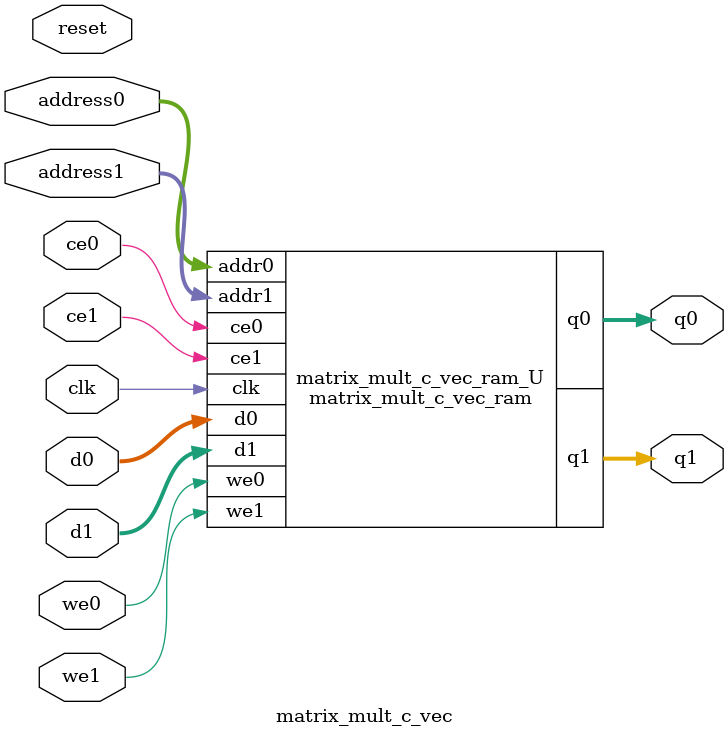
<source format=v>
`timescale 1 ns / 1 ps
module matrix_mult_c_vec_ram (addr0, ce0, d0, we0, q0, addr1, ce1, d1, we1, q1,  clk);

parameter DWIDTH = 32;
parameter AWIDTH = 5;
parameter MEM_SIZE = 20;

input[AWIDTH-1:0] addr0;
input ce0;
input[DWIDTH-1:0] d0;
input we0;
output reg[DWIDTH-1:0] q0;
input[AWIDTH-1:0] addr1;
input ce1;
input[DWIDTH-1:0] d1;
input we1;
output reg[DWIDTH-1:0] q1;
input clk;

(* ram_style = "block" *)reg [DWIDTH-1:0] ram[0:MEM_SIZE-1];




always @(posedge clk)  
begin 
    if (ce0) begin
        if (we0) 
            ram[addr0] <= d0; 
        q0 <= ram[addr0];
    end
end


always @(posedge clk)  
begin 
    if (ce1) begin
        if (we1) 
            ram[addr1] <= d1; 
        q1 <= ram[addr1];
    end
end


endmodule

`timescale 1 ns / 1 ps
module matrix_mult_c_vec(
    reset,
    clk,
    address0,
    ce0,
    we0,
    d0,
    q0,
    address1,
    ce1,
    we1,
    d1,
    q1);

parameter DataWidth = 32'd32;
parameter AddressRange = 32'd20;
parameter AddressWidth = 32'd5;
input reset;
input clk;
input[AddressWidth - 1:0] address0;
input ce0;
input we0;
input[DataWidth - 1:0] d0;
output[DataWidth - 1:0] q0;
input[AddressWidth - 1:0] address1;
input ce1;
input we1;
input[DataWidth - 1:0] d1;
output[DataWidth - 1:0] q1;



matrix_mult_c_vec_ram matrix_mult_c_vec_ram_U(
    .clk( clk ),
    .addr0( address0 ),
    .ce0( ce0 ),
    .we0( we0 ),
    .d0( d0 ),
    .q0( q0 ),
    .addr1( address1 ),
    .ce1( ce1 ),
    .we1( we1 ),
    .d1( d1 ),
    .q1( q1 ));

endmodule


</source>
